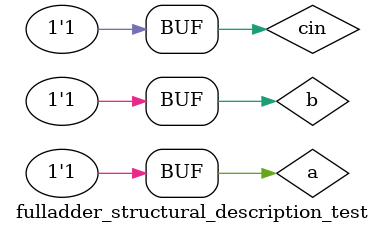
<source format=v>
`timescale 1ns / 1ps


module fulladder_structural_description_test;

	// Inputs
	reg a;
	reg b;
	reg cin;

	// Outputs
	wire s;
	wire cout;

	// Instantiate the Unit Under Test (UUT)
	fulladder_structural_description uut (
		.a(a), 
		.b(b), 
		.cin(cin), 
		.s(s), 
		.cout(cout)
	);

	initial begin
		// Initialize Inputs
		a = 0;
		b = 0;
		cin = 0;

		// Wait 100 ns for global reset to finish
		#100;
		a = 0;
		b = 0;
		cin = 1;

		// Wait 100 ns for global reset to finish
		#100;
		a = 0;
		b = 1;
		cin = 0;

		// Wait 100 ns for global reset to finish
		#100;
		a = 0;
		b = 1;
		cin = 1;

		// Wait 100 ns for global reset to finish
		#100;
		a = 1;
		b = 0;
		cin = 0;

		// Wait 100 ns for global reset to finish
		#100;
		a = 1;
		b = 0;
		cin = 1;

		// Wait 100 ns for global reset to finish
		#100;
		a = 1;
		b = 1;
		cin = 0;

		// Wait 100 ns for global reset to finish
		#100;
		a = 1;
		b = 1;
		cin = 1;

		// Wait 100 ns for global reset to finish
		#100;

	end
      
endmodule


</source>
